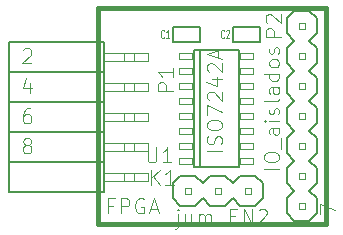
<source format=gto>
G04 (created by PCBNEW-RS274X (2010-03-14)-final) date vie 11 nov 2011 19:20:16 ART*
G01*
G70*
G90*
%MOIN*%
G04 Gerber Fmt 3.4, Leading zero omitted, Abs format*
%FSLAX34Y34*%
G04 APERTURE LIST*
%ADD10C,0.000100*%
%ADD11C,0.015000*%
%ADD12C,0.002600*%
%ADD13C,0.007800*%
%ADD14C,0.006000*%
%ADD15C,0.005000*%
%ADD16C,0.003500*%
%ADD17C,0.003000*%
G04 APERTURE END LIST*
G54D10*
G54D11*
X67850Y-62400D02*
X67850Y-55200D01*
X75450Y-62400D02*
X67850Y-62400D01*
X75450Y-55200D02*
X75450Y-62400D01*
X67850Y-55200D02*
X75450Y-55200D01*
G54D12*
X70580Y-56704D02*
X70580Y-56897D01*
X70580Y-56897D02*
X71013Y-56897D01*
X71013Y-56704D02*
X71013Y-56897D01*
X70580Y-56704D02*
X71013Y-56704D01*
X70580Y-57204D02*
X70580Y-57397D01*
X70580Y-57397D02*
X71013Y-57397D01*
X71013Y-57204D02*
X71013Y-57397D01*
X70580Y-57204D02*
X71013Y-57204D01*
X70580Y-57704D02*
X70580Y-57897D01*
X70580Y-57897D02*
X71013Y-57897D01*
X71013Y-57704D02*
X71013Y-57897D01*
X70580Y-57704D02*
X71013Y-57704D01*
X70580Y-58204D02*
X70580Y-58397D01*
X70580Y-58397D02*
X71013Y-58397D01*
X71013Y-58204D02*
X71013Y-58397D01*
X70580Y-58204D02*
X71013Y-58204D01*
X72587Y-59203D02*
X72587Y-59396D01*
X72587Y-59396D02*
X73020Y-59396D01*
X73020Y-59203D02*
X73020Y-59396D01*
X72587Y-59203D02*
X73020Y-59203D01*
X72587Y-58703D02*
X72587Y-58896D01*
X72587Y-58896D02*
X73020Y-58896D01*
X73020Y-58703D02*
X73020Y-58896D01*
X72587Y-58703D02*
X73020Y-58703D01*
X72587Y-58204D02*
X72587Y-58397D01*
X72587Y-58397D02*
X73020Y-58397D01*
X73020Y-58204D02*
X73020Y-58397D01*
X72587Y-58204D02*
X73020Y-58204D01*
X72587Y-57704D02*
X72587Y-57897D01*
X72587Y-57897D02*
X73020Y-57897D01*
X73020Y-57704D02*
X73020Y-57897D01*
X72587Y-57704D02*
X73020Y-57704D01*
X70580Y-58703D02*
X70580Y-58896D01*
X70580Y-58896D02*
X71013Y-58896D01*
X71013Y-58703D02*
X71013Y-58896D01*
X70580Y-58703D02*
X71013Y-58703D01*
X70580Y-59203D02*
X70580Y-59396D01*
X70580Y-59396D02*
X71013Y-59396D01*
X71013Y-59203D02*
X71013Y-59396D01*
X70580Y-59203D02*
X71013Y-59203D01*
X70580Y-59703D02*
X70580Y-59896D01*
X70580Y-59896D02*
X71013Y-59896D01*
X71013Y-59703D02*
X71013Y-59896D01*
X70580Y-59703D02*
X71013Y-59703D01*
X70580Y-60203D02*
X70580Y-60396D01*
X70580Y-60396D02*
X71013Y-60396D01*
X71013Y-60203D02*
X71013Y-60396D01*
X70580Y-60203D02*
X71013Y-60203D01*
X72587Y-60203D02*
X72587Y-60396D01*
X72587Y-60396D02*
X73020Y-60396D01*
X73020Y-60203D02*
X73020Y-60396D01*
X72587Y-60203D02*
X73020Y-60203D01*
X72587Y-59703D02*
X72587Y-59896D01*
X72587Y-59896D02*
X73020Y-59896D01*
X73020Y-59703D02*
X73020Y-59896D01*
X72587Y-59703D02*
X73020Y-59703D01*
X72587Y-57204D02*
X72587Y-57397D01*
X72587Y-57397D02*
X73020Y-57397D01*
X73020Y-57204D02*
X73020Y-57397D01*
X72587Y-57204D02*
X73020Y-57204D01*
X72587Y-56704D02*
X72587Y-56897D01*
X72587Y-56897D02*
X73020Y-56897D01*
X73020Y-56704D02*
X73020Y-56897D01*
X72587Y-56704D02*
X73020Y-56704D01*
G54D13*
X71052Y-60494D02*
X71052Y-56606D01*
X71052Y-56606D02*
X71249Y-56606D01*
X71249Y-56606D02*
X72548Y-56606D01*
X72548Y-56606D02*
X72548Y-60494D01*
X71249Y-60494D02*
X71249Y-56606D01*
X72548Y-60494D02*
X71249Y-60494D01*
X71249Y-60494D02*
X71052Y-60494D01*
G54D12*
X68740Y-60720D02*
X68740Y-60980D01*
X68740Y-60980D02*
X69060Y-60980D01*
X69060Y-60720D02*
X69060Y-60980D01*
X68740Y-60720D02*
X69060Y-60720D01*
X68740Y-59719D02*
X68740Y-59980D01*
X68740Y-59980D02*
X69060Y-59980D01*
X69060Y-59719D02*
X69060Y-59980D01*
X68740Y-59719D02*
X69060Y-59719D01*
X68060Y-60720D02*
X68060Y-60980D01*
X68060Y-60980D02*
X68740Y-60980D01*
X68740Y-60720D02*
X68740Y-60980D01*
X68060Y-60720D02*
X68740Y-60720D01*
X68060Y-59719D02*
X68060Y-59980D01*
X68060Y-59980D02*
X68740Y-59980D01*
X68740Y-59719D02*
X68740Y-59980D01*
X68060Y-59719D02*
X68740Y-59719D01*
X69060Y-60720D02*
X69060Y-60980D01*
X69060Y-60980D02*
X69520Y-60980D01*
X69520Y-60720D02*
X69520Y-60980D01*
X69060Y-60720D02*
X69520Y-60720D01*
X69060Y-59719D02*
X69060Y-59980D01*
X69060Y-59980D02*
X69520Y-59980D01*
X69520Y-59719D02*
X69520Y-59980D01*
X69060Y-59719D02*
X69520Y-59719D01*
X68740Y-58720D02*
X68740Y-58980D01*
X68740Y-58980D02*
X69060Y-58980D01*
X69060Y-58720D02*
X69060Y-58980D01*
X68740Y-58720D02*
X69060Y-58720D01*
X68740Y-57720D02*
X68740Y-57981D01*
X68740Y-57981D02*
X69060Y-57981D01*
X69060Y-57720D02*
X69060Y-57981D01*
X68740Y-57720D02*
X69060Y-57720D01*
X68740Y-56720D02*
X68740Y-56980D01*
X68740Y-56980D02*
X69060Y-56980D01*
X69060Y-56720D02*
X69060Y-56980D01*
X68740Y-56720D02*
X69060Y-56720D01*
X68060Y-58720D02*
X68060Y-58980D01*
X68060Y-58980D02*
X68740Y-58980D01*
X68740Y-58720D02*
X68740Y-58980D01*
X68060Y-58720D02*
X68740Y-58720D01*
X68060Y-57720D02*
X68060Y-57981D01*
X68060Y-57981D02*
X68740Y-57981D01*
X68740Y-57720D02*
X68740Y-57981D01*
X68060Y-57720D02*
X68740Y-57720D01*
X68060Y-56720D02*
X68060Y-56980D01*
X68060Y-56980D02*
X68740Y-56980D01*
X68740Y-56720D02*
X68740Y-56980D01*
X68060Y-56720D02*
X68740Y-56720D01*
X69060Y-58720D02*
X69060Y-58980D01*
X69060Y-58980D02*
X69520Y-58980D01*
X69520Y-58720D02*
X69520Y-58980D01*
X69060Y-58720D02*
X69520Y-58720D01*
X69060Y-57720D02*
X69060Y-57981D01*
X69060Y-57981D02*
X69520Y-57981D01*
X69520Y-57720D02*
X69520Y-57981D01*
X69060Y-57720D02*
X69520Y-57720D01*
X69060Y-56720D02*
X69060Y-56980D01*
X69060Y-56980D02*
X69520Y-56980D01*
X69520Y-56720D02*
X69520Y-56980D01*
X69060Y-56720D02*
X69520Y-56720D01*
G54D14*
X68050Y-56350D02*
X68050Y-56650D01*
X68050Y-56650D02*
X68050Y-57050D01*
X68050Y-57050D02*
X68050Y-57350D01*
X68050Y-57350D02*
X64900Y-57350D01*
X68050Y-57350D02*
X68050Y-57650D01*
X68050Y-57650D02*
X68050Y-58050D01*
X68050Y-58050D02*
X68050Y-58350D01*
X68050Y-58350D02*
X64900Y-58350D01*
X64900Y-58350D02*
X64900Y-57350D01*
X68050Y-56350D02*
X64900Y-56350D01*
X64900Y-57350D02*
X64900Y-56350D01*
X68050Y-58350D02*
X68050Y-58650D01*
X68050Y-58650D02*
X68050Y-59050D01*
X68050Y-59050D02*
X68050Y-59350D01*
X64900Y-59350D02*
X64900Y-58350D01*
X68050Y-60350D02*
X64900Y-60350D01*
X68050Y-60350D02*
X68050Y-60650D01*
X68050Y-60650D02*
X68050Y-61050D01*
X68050Y-61050D02*
X68050Y-61350D01*
X64900Y-61350D02*
X64900Y-60350D01*
X68050Y-59350D02*
X64900Y-59350D01*
X68050Y-60350D02*
X68050Y-60050D01*
X68050Y-60050D02*
X68050Y-59650D01*
X68050Y-59650D02*
X68050Y-59350D01*
X64900Y-60350D02*
X64900Y-59350D01*
X68050Y-61350D02*
X64900Y-61350D01*
G54D12*
X71950Y-61200D02*
X71750Y-61200D01*
X71750Y-61200D02*
X71750Y-61400D01*
X71950Y-61400D02*
X71750Y-61400D01*
X71950Y-61200D02*
X71950Y-61400D01*
X72950Y-61200D02*
X72750Y-61200D01*
X72750Y-61200D02*
X72750Y-61400D01*
X72950Y-61400D02*
X72750Y-61400D01*
X72950Y-61200D02*
X72950Y-61400D01*
X70950Y-61200D02*
X70750Y-61200D01*
X70750Y-61200D02*
X70750Y-61400D01*
X70950Y-61400D02*
X70750Y-61400D01*
X70950Y-61200D02*
X70950Y-61400D01*
G54D14*
X73100Y-61800D02*
X72600Y-61800D01*
X72600Y-61800D02*
X72350Y-61550D01*
X72350Y-61050D02*
X72600Y-60800D01*
X72350Y-61550D02*
X72100Y-61800D01*
X72100Y-61800D02*
X71600Y-61800D01*
X71600Y-61800D02*
X71350Y-61550D01*
X71350Y-61050D02*
X71600Y-60800D01*
X71600Y-60800D02*
X72100Y-60800D01*
X72100Y-60800D02*
X72350Y-61050D01*
X73350Y-61550D02*
X73350Y-61050D01*
X73100Y-61800D02*
X73350Y-61550D01*
X73350Y-61050D02*
X73100Y-60800D01*
X72600Y-60800D02*
X73100Y-60800D01*
X71350Y-61550D02*
X71100Y-61800D01*
X71100Y-61800D02*
X70600Y-61800D01*
X70600Y-61800D02*
X70350Y-61550D01*
X70350Y-61050D02*
X70600Y-60800D01*
X70600Y-60800D02*
X71100Y-60800D01*
X71100Y-60800D02*
X71350Y-61050D01*
X70350Y-61550D02*
X70350Y-61050D01*
G54D12*
X74550Y-56700D02*
X74550Y-56900D01*
X74550Y-56900D02*
X74750Y-56900D01*
X74750Y-56700D02*
X74750Y-56900D01*
X74550Y-56700D02*
X74750Y-56700D01*
X74550Y-55700D02*
X74550Y-55900D01*
X74550Y-55900D02*
X74750Y-55900D01*
X74750Y-55700D02*
X74750Y-55900D01*
X74550Y-55700D02*
X74750Y-55700D01*
X74550Y-57700D02*
X74550Y-57900D01*
X74550Y-57900D02*
X74750Y-57900D01*
X74750Y-57700D02*
X74750Y-57900D01*
X74550Y-57700D02*
X74750Y-57700D01*
X74550Y-59700D02*
X74550Y-59900D01*
X74550Y-59900D02*
X74750Y-59900D01*
X74750Y-59700D02*
X74750Y-59900D01*
X74550Y-59700D02*
X74750Y-59700D01*
X74550Y-58700D02*
X74550Y-58900D01*
X74550Y-58900D02*
X74750Y-58900D01*
X74750Y-58700D02*
X74750Y-58900D01*
X74550Y-58700D02*
X74750Y-58700D01*
X74550Y-60700D02*
X74550Y-60900D01*
X74550Y-60900D02*
X74750Y-60900D01*
X74750Y-60700D02*
X74750Y-60900D01*
X74550Y-60700D02*
X74750Y-60700D01*
X74550Y-61700D02*
X74550Y-61900D01*
X74550Y-61900D02*
X74750Y-61900D01*
X74750Y-61700D02*
X74750Y-61900D01*
X74550Y-61700D02*
X74750Y-61700D01*
G54D14*
X75150Y-55550D02*
X75150Y-56050D01*
X75150Y-56050D02*
X74900Y-56300D01*
X74400Y-56300D02*
X74150Y-56050D01*
X74900Y-56300D02*
X75150Y-56550D01*
X75150Y-56550D02*
X75150Y-57050D01*
X75150Y-57050D02*
X74900Y-57300D01*
X74400Y-57300D02*
X74150Y-57050D01*
X74150Y-57050D02*
X74150Y-56550D01*
X74150Y-56550D02*
X74400Y-56300D01*
X74900Y-55300D02*
X74400Y-55300D01*
X75150Y-55550D02*
X74900Y-55300D01*
X74400Y-55300D02*
X74150Y-55550D01*
X74150Y-56050D02*
X74150Y-55550D01*
X74900Y-57300D02*
X75150Y-57550D01*
X75150Y-57550D02*
X75150Y-58050D01*
X75150Y-58050D02*
X74900Y-58300D01*
X74400Y-58300D02*
X74150Y-58050D01*
X74150Y-58050D02*
X74150Y-57550D01*
X74150Y-57550D02*
X74400Y-57300D01*
X75150Y-58550D02*
X75150Y-59050D01*
X75150Y-59050D02*
X74900Y-59300D01*
X74400Y-59300D02*
X74150Y-59050D01*
X74900Y-59300D02*
X75150Y-59550D01*
X75150Y-59550D02*
X75150Y-60050D01*
X75150Y-60050D02*
X74900Y-60300D01*
X74400Y-60300D02*
X74150Y-60050D01*
X74150Y-60050D02*
X74150Y-59550D01*
X74150Y-59550D02*
X74400Y-59300D01*
X75150Y-58550D02*
X74900Y-58300D01*
X74400Y-58300D02*
X74150Y-58550D01*
X74150Y-59050D02*
X74150Y-58550D01*
X74900Y-60300D02*
X75150Y-60550D01*
X75150Y-60550D02*
X75150Y-61050D01*
X75150Y-61050D02*
X74900Y-61300D01*
X74400Y-61300D02*
X74150Y-61050D01*
X74150Y-61050D02*
X74150Y-60550D01*
X74150Y-60550D02*
X74400Y-60300D01*
X75150Y-61550D02*
X75150Y-62050D01*
X75150Y-62050D02*
X74900Y-62300D01*
X74900Y-62300D02*
X74400Y-62300D01*
X74400Y-62300D02*
X74150Y-62050D01*
X75150Y-61550D02*
X74900Y-61300D01*
X74400Y-61300D02*
X74150Y-61550D01*
X74150Y-62050D02*
X74150Y-61550D01*
G54D15*
X73250Y-56350D02*
X72350Y-56350D01*
X72350Y-56350D02*
X72350Y-55850D01*
X72350Y-55850D02*
X73250Y-55850D01*
X73250Y-55850D02*
X73250Y-56350D01*
X71250Y-56350D02*
X70350Y-56350D01*
X70350Y-56350D02*
X70350Y-55850D01*
X70350Y-55850D02*
X71250Y-55850D01*
X71250Y-55850D02*
X71250Y-56350D01*
G54D16*
X69519Y-59852D02*
X69519Y-60257D01*
X69543Y-60305D01*
X69567Y-60329D01*
X69614Y-60352D01*
X69710Y-60352D01*
X69757Y-60329D01*
X69781Y-60305D01*
X69805Y-60257D01*
X69805Y-59852D01*
X70305Y-60352D02*
X70019Y-60352D01*
X70162Y-60352D02*
X70162Y-59852D01*
X70114Y-59924D01*
X70067Y-59971D01*
X70019Y-59995D01*
X72002Y-59966D02*
X71502Y-59966D01*
X71979Y-59752D02*
X72002Y-59680D01*
X72002Y-59561D01*
X71979Y-59514D01*
X71955Y-59490D01*
X71907Y-59466D01*
X71860Y-59466D01*
X71812Y-59490D01*
X71788Y-59514D01*
X71764Y-59561D01*
X71740Y-59657D01*
X71717Y-59704D01*
X71693Y-59728D01*
X71645Y-59752D01*
X71598Y-59752D01*
X71550Y-59728D01*
X71526Y-59704D01*
X71502Y-59657D01*
X71502Y-59537D01*
X71526Y-59466D01*
X71502Y-59157D02*
X71502Y-59061D01*
X71526Y-59014D01*
X71574Y-58966D01*
X71669Y-58942D01*
X71836Y-58942D01*
X71931Y-58966D01*
X71979Y-59014D01*
X72002Y-59061D01*
X72002Y-59157D01*
X71979Y-59204D01*
X71931Y-59252D01*
X71836Y-59276D01*
X71669Y-59276D01*
X71574Y-59252D01*
X71526Y-59204D01*
X71502Y-59157D01*
X71502Y-58776D02*
X71502Y-58442D01*
X72002Y-58657D01*
X71550Y-58276D02*
X71526Y-58252D01*
X71502Y-58204D01*
X71502Y-58085D01*
X71526Y-58038D01*
X71550Y-58014D01*
X71598Y-57990D01*
X71645Y-57990D01*
X71717Y-58014D01*
X72002Y-58300D01*
X72002Y-57990D01*
X71669Y-57562D02*
X72002Y-57562D01*
X71479Y-57681D02*
X71836Y-57800D01*
X71836Y-57490D01*
X71550Y-57324D02*
X71526Y-57300D01*
X71502Y-57252D01*
X71502Y-57133D01*
X71526Y-57086D01*
X71550Y-57062D01*
X71598Y-57038D01*
X71645Y-57038D01*
X71717Y-57062D01*
X72002Y-57348D01*
X72002Y-57038D01*
X71860Y-56848D02*
X71860Y-56610D01*
X72002Y-56895D02*
X71502Y-56729D01*
X72002Y-56562D01*
X70352Y-57969D02*
X69852Y-57969D01*
X69852Y-57778D01*
X69876Y-57731D01*
X69900Y-57707D01*
X69948Y-57683D01*
X70019Y-57683D01*
X70067Y-57707D01*
X70090Y-57731D01*
X70114Y-57778D01*
X70114Y-57969D01*
X70352Y-57207D02*
X70352Y-57493D01*
X70352Y-57350D02*
X69852Y-57350D01*
X69924Y-57398D01*
X69971Y-57445D01*
X69995Y-57493D01*
X68357Y-61790D02*
X68190Y-61790D01*
X68190Y-62052D02*
X68190Y-61552D01*
X68428Y-61552D01*
X68619Y-62052D02*
X68619Y-61552D01*
X68810Y-61552D01*
X68857Y-61576D01*
X68881Y-61600D01*
X68905Y-61648D01*
X68905Y-61719D01*
X68881Y-61767D01*
X68857Y-61790D01*
X68810Y-61814D01*
X68619Y-61814D01*
X69381Y-61576D02*
X69333Y-61552D01*
X69262Y-61552D01*
X69190Y-61576D01*
X69143Y-61624D01*
X69119Y-61671D01*
X69095Y-61767D01*
X69095Y-61838D01*
X69119Y-61933D01*
X69143Y-61981D01*
X69190Y-62029D01*
X69262Y-62052D01*
X69310Y-62052D01*
X69381Y-62029D01*
X69405Y-62005D01*
X69405Y-61838D01*
X69310Y-61838D01*
X69595Y-61910D02*
X69833Y-61910D01*
X69548Y-62052D02*
X69714Y-61552D01*
X69881Y-62052D01*
X65452Y-59767D02*
X65405Y-59743D01*
X65381Y-59719D01*
X65357Y-59671D01*
X65357Y-59648D01*
X65381Y-59600D01*
X65405Y-59576D01*
X65452Y-59552D01*
X65548Y-59552D01*
X65595Y-59576D01*
X65619Y-59600D01*
X65643Y-59648D01*
X65643Y-59671D01*
X65619Y-59719D01*
X65595Y-59743D01*
X65548Y-59767D01*
X65452Y-59767D01*
X65405Y-59790D01*
X65381Y-59814D01*
X65357Y-59862D01*
X65357Y-59957D01*
X65381Y-60005D01*
X65405Y-60029D01*
X65452Y-60052D01*
X65548Y-60052D01*
X65595Y-60029D01*
X65619Y-60005D01*
X65643Y-59957D01*
X65643Y-59862D01*
X65619Y-59814D01*
X65595Y-59790D01*
X65548Y-59767D01*
X65595Y-58552D02*
X65500Y-58552D01*
X65452Y-58576D01*
X65429Y-58600D01*
X65381Y-58671D01*
X65357Y-58767D01*
X65357Y-58957D01*
X65381Y-59005D01*
X65405Y-59029D01*
X65452Y-59052D01*
X65548Y-59052D01*
X65595Y-59029D01*
X65619Y-59005D01*
X65643Y-58957D01*
X65643Y-58838D01*
X65619Y-58790D01*
X65595Y-58767D01*
X65548Y-58743D01*
X65452Y-58743D01*
X65405Y-58767D01*
X65381Y-58790D01*
X65357Y-58838D01*
X65595Y-57719D02*
X65595Y-58052D01*
X65476Y-57529D02*
X65357Y-57886D01*
X65667Y-57886D01*
X65357Y-56600D02*
X65381Y-56576D01*
X65429Y-56552D01*
X65548Y-56552D01*
X65595Y-56576D01*
X65619Y-56600D01*
X65643Y-56648D01*
X65643Y-56695D01*
X65619Y-56767D01*
X65333Y-57052D01*
X65643Y-57052D01*
X69631Y-61102D02*
X69631Y-60602D01*
X69917Y-61102D02*
X69702Y-60817D01*
X69917Y-60602D02*
X69631Y-60888D01*
X70393Y-61102D02*
X70107Y-61102D01*
X70250Y-61102D02*
X70250Y-60602D01*
X70202Y-60674D01*
X70155Y-60721D01*
X70107Y-60745D01*
X70524Y-62069D02*
X70524Y-62498D01*
X70500Y-62545D01*
X70453Y-62569D01*
X70429Y-62569D01*
X70524Y-61902D02*
X70500Y-61926D01*
X70524Y-61950D01*
X70548Y-61926D01*
X70524Y-61902D01*
X70524Y-61950D01*
X70976Y-62069D02*
X70976Y-62402D01*
X70762Y-62069D02*
X70762Y-62331D01*
X70786Y-62379D01*
X70833Y-62402D01*
X70905Y-62402D01*
X70953Y-62379D01*
X70976Y-62355D01*
X71214Y-62402D02*
X71214Y-62069D01*
X71214Y-62117D02*
X71238Y-62093D01*
X71285Y-62069D01*
X71357Y-62069D01*
X71405Y-62093D01*
X71428Y-62140D01*
X71428Y-62402D01*
X71428Y-62140D02*
X71452Y-62093D01*
X71500Y-62069D01*
X71571Y-62069D01*
X71619Y-62093D01*
X71643Y-62140D01*
X71643Y-62402D01*
X71762Y-62450D02*
X72143Y-62450D01*
X72262Y-62140D02*
X72429Y-62140D01*
X72500Y-62402D02*
X72262Y-62402D01*
X72262Y-61902D01*
X72500Y-61902D01*
X72714Y-62402D02*
X72714Y-61902D01*
X73000Y-62402D01*
X73000Y-61902D01*
X73214Y-61950D02*
X73238Y-61926D01*
X73286Y-61902D01*
X73405Y-61902D01*
X73452Y-61926D01*
X73476Y-61950D01*
X73500Y-61998D01*
X73500Y-62045D01*
X73476Y-62117D01*
X73190Y-62402D01*
X73500Y-62402D01*
X73952Y-56169D02*
X73452Y-56169D01*
X73452Y-55978D01*
X73476Y-55931D01*
X73500Y-55907D01*
X73548Y-55883D01*
X73619Y-55883D01*
X73667Y-55907D01*
X73690Y-55931D01*
X73714Y-55978D01*
X73714Y-56169D01*
X73500Y-55693D02*
X73476Y-55669D01*
X73452Y-55621D01*
X73452Y-55502D01*
X73476Y-55455D01*
X73500Y-55431D01*
X73548Y-55407D01*
X73595Y-55407D01*
X73667Y-55431D01*
X73952Y-55717D01*
X73952Y-55407D01*
X73902Y-60561D02*
X73402Y-60561D01*
X73402Y-60228D02*
X73402Y-60132D01*
X73426Y-60085D01*
X73474Y-60037D01*
X73569Y-60013D01*
X73736Y-60013D01*
X73831Y-60037D01*
X73879Y-60085D01*
X73902Y-60132D01*
X73902Y-60228D01*
X73879Y-60275D01*
X73831Y-60323D01*
X73736Y-60347D01*
X73569Y-60347D01*
X73474Y-60323D01*
X73426Y-60275D01*
X73402Y-60228D01*
X73950Y-59918D02*
X73950Y-59537D01*
X73902Y-59204D02*
X73640Y-59204D01*
X73593Y-59227D01*
X73569Y-59275D01*
X73569Y-59370D01*
X73593Y-59418D01*
X73879Y-59204D02*
X73902Y-59251D01*
X73902Y-59370D01*
X73879Y-59418D01*
X73831Y-59442D01*
X73783Y-59442D01*
X73736Y-59418D01*
X73712Y-59370D01*
X73712Y-59251D01*
X73688Y-59204D01*
X73902Y-58966D02*
X73569Y-58966D01*
X73402Y-58966D02*
X73426Y-58990D01*
X73450Y-58966D01*
X73426Y-58942D01*
X73402Y-58966D01*
X73450Y-58966D01*
X73879Y-58752D02*
X73902Y-58704D01*
X73902Y-58609D01*
X73879Y-58561D01*
X73831Y-58537D01*
X73807Y-58537D01*
X73760Y-58561D01*
X73736Y-58609D01*
X73736Y-58680D01*
X73712Y-58728D01*
X73664Y-58752D01*
X73640Y-58752D01*
X73593Y-58728D01*
X73569Y-58680D01*
X73569Y-58609D01*
X73593Y-58561D01*
X73902Y-58252D02*
X73879Y-58299D01*
X73831Y-58323D01*
X73402Y-58323D01*
X73902Y-57847D02*
X73640Y-57847D01*
X73593Y-57870D01*
X73569Y-57918D01*
X73569Y-58013D01*
X73593Y-58061D01*
X73879Y-57847D02*
X73902Y-57894D01*
X73902Y-58013D01*
X73879Y-58061D01*
X73831Y-58085D01*
X73783Y-58085D01*
X73736Y-58061D01*
X73712Y-58013D01*
X73712Y-57894D01*
X73688Y-57847D01*
X73902Y-57395D02*
X73402Y-57395D01*
X73879Y-57395D02*
X73902Y-57442D01*
X73902Y-57538D01*
X73879Y-57585D01*
X73855Y-57609D01*
X73807Y-57633D01*
X73664Y-57633D01*
X73617Y-57609D01*
X73593Y-57585D01*
X73569Y-57538D01*
X73569Y-57442D01*
X73593Y-57395D01*
X73902Y-57086D02*
X73879Y-57133D01*
X73855Y-57157D01*
X73807Y-57181D01*
X73664Y-57181D01*
X73617Y-57157D01*
X73593Y-57133D01*
X73569Y-57086D01*
X73569Y-57014D01*
X73593Y-56966D01*
X73617Y-56943D01*
X73664Y-56919D01*
X73807Y-56919D01*
X73855Y-56943D01*
X73879Y-56966D01*
X73902Y-57014D01*
X73902Y-57086D01*
X73879Y-56729D02*
X73902Y-56681D01*
X73902Y-56586D01*
X73879Y-56538D01*
X73831Y-56514D01*
X73807Y-56514D01*
X73760Y-56538D01*
X73736Y-56586D01*
X73736Y-56657D01*
X73712Y-56705D01*
X73664Y-56729D01*
X73640Y-56729D01*
X73593Y-56705D01*
X73569Y-56657D01*
X73569Y-56586D01*
X73593Y-56538D01*
X75252Y-62067D02*
X75252Y-61733D01*
X75752Y-61948D01*
G54D17*
X72071Y-56187D02*
X72062Y-56200D01*
X72036Y-56213D01*
X72019Y-56213D01*
X71994Y-56200D01*
X71976Y-56173D01*
X71968Y-56147D01*
X71959Y-56093D01*
X71959Y-56053D01*
X71968Y-56000D01*
X71976Y-55973D01*
X71994Y-55947D01*
X72019Y-55933D01*
X72036Y-55933D01*
X72062Y-55947D01*
X72071Y-55960D01*
X72139Y-55960D02*
X72148Y-55947D01*
X72165Y-55933D01*
X72208Y-55933D01*
X72225Y-55947D01*
X72234Y-55960D01*
X72242Y-55987D01*
X72242Y-56013D01*
X72234Y-56053D01*
X72131Y-56213D01*
X72242Y-56213D01*
X70071Y-56187D02*
X70062Y-56200D01*
X70036Y-56213D01*
X70019Y-56213D01*
X69994Y-56200D01*
X69976Y-56173D01*
X69968Y-56147D01*
X69959Y-56093D01*
X69959Y-56053D01*
X69968Y-56000D01*
X69976Y-55973D01*
X69994Y-55947D01*
X70019Y-55933D01*
X70036Y-55933D01*
X70062Y-55947D01*
X70071Y-55960D01*
X70242Y-56213D02*
X70139Y-56213D01*
X70191Y-56213D02*
X70191Y-55933D01*
X70174Y-55973D01*
X70156Y-56000D01*
X70139Y-56013D01*
M02*

</source>
